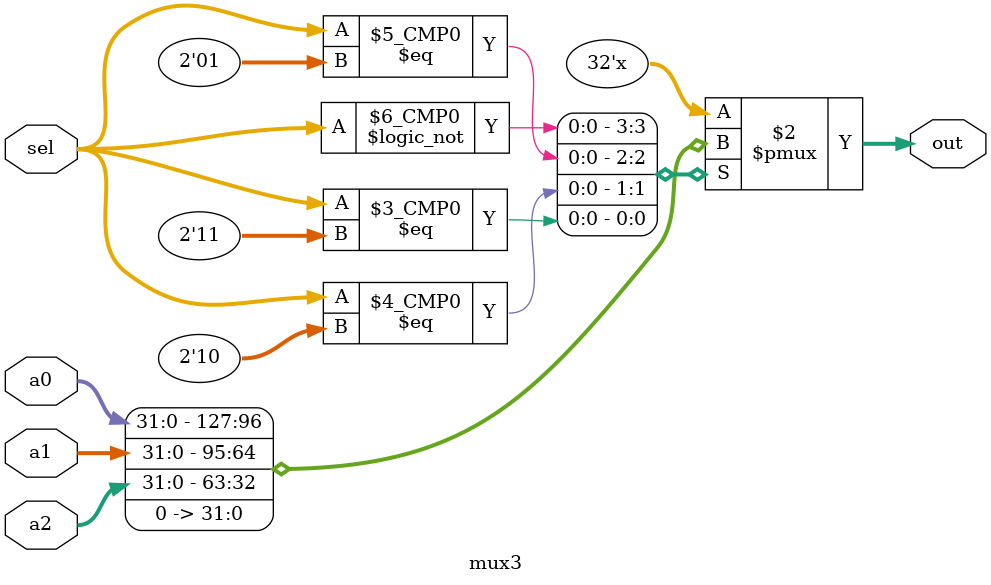
<source format=sv>
module mux3 #(
	parameter WIDTH = 32
)(
	input logic [WIDTH-1:0] a0, a1, a2,
	input logic [1:0] sel,
	output logic [WIDTH-1:0] out
);
	always_comb begin
		unique case (sel)
			2'b00: out = a0;
			2'b01: out = a1;
			2'b10: out = a2;
			2'b11: out = 'b0;
		endcase
	end
	
endmodule
</source>
